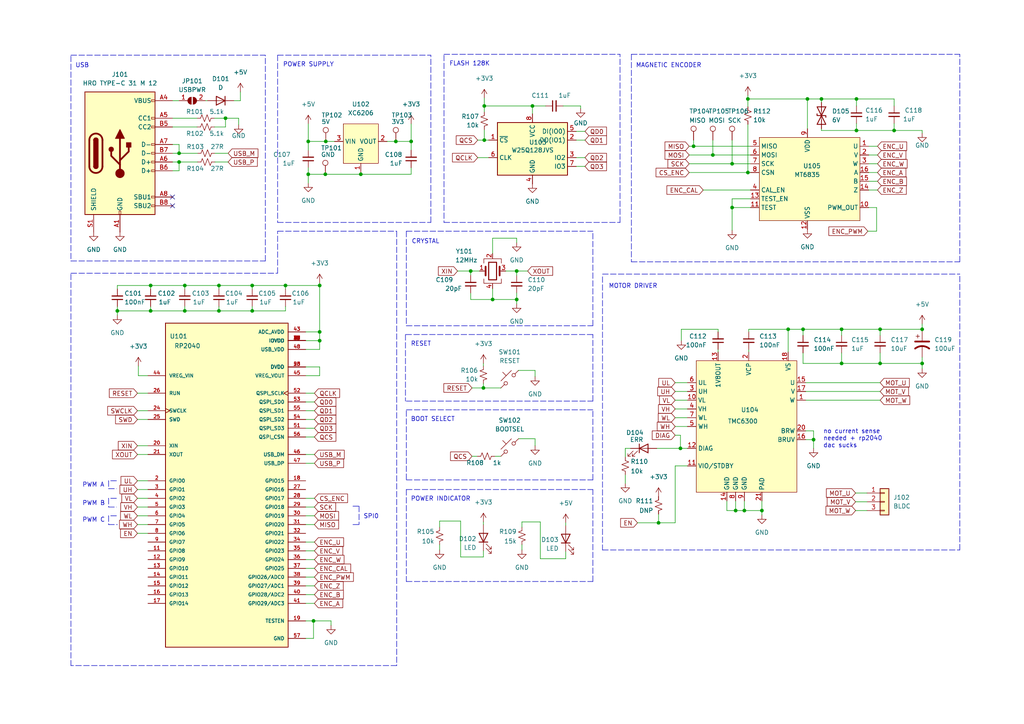
<source format=kicad_sch>
(kicad_sch (version 20211123) (generator eeschema)
  (paper "A4")
  (junction (at 63.5 90.17))
  (junction (at 92.71 82.804))
  (junction (at 154.432 30.734))
  (junction (at 206.756 44.958))
  (junction (at 73.152 90.17))
  (junction (at 92.71 96.266))
  (junction (at 255.27 105.41))
  (junction (at 235.966 127.508))
  (junction (at 149.86 78.613))
  (junction (at 216.916 28.702))
  (junction (at 234.188 28.702))
  (junction (at 140.462 30.734))
  (junction (at 238.252 28.702))
  (junction (at 201.168 42.418))
  (junction (at 43.688 82.804))
  (junction (at 92.71 98.806))
  (junction (at 212.344 47.498))
  (junction (at 89.408 50.546))
  (junction (at 136.525 78.613))
  (junction (at 232.918 95.504))
  (junction (at 255.27 95.504))
  (junction (at 94.361 50.546))
  (junction (at 142.875 86.868))
  (junction (at 34.036 90.17))
  (junction (at 267.462 105.41))
  (junction (at 267.462 95.504))
  (junction (at 216.916 50.038))
  (junction (at 94.488 41.021))
  (junction (at 191.008 151.638))
  (junction (at 89.408 41.021))
  (junction (at 215.9 148.082))
  (junction (at 149.86 86.868))
  (junction (at 244.094 105.41))
  (junction (at 53.594 90.17))
  (junction (at 63.5 82.804))
  (junction (at 65.405 34.29))
  (junction (at 51.943 46.99))
  (junction (at 140.208 112.522))
  (junction (at 248.412 28.702))
  (junction (at 104.648 50.546))
  (junction (at 140.462 40.64))
  (junction (at 248.412 37.846))
  (junction (at 197.358 130.048))
  (junction (at 43.688 90.17))
  (junction (at 114.808 41.021))
  (junction (at 244.094 95.504))
  (junction (at 73.152 82.804))
  (junction (at 212.344 60.198))
  (junction (at 259.334 37.846))
  (junction (at 82.804 82.804))
  (junction (at 119.253 41.021))
  (junction (at 228.6 95.504))
  (junction (at 220.98 148.082))
  (junction (at 53.594 82.804))
  (junction (at 213.36 148.082))
  (junction (at 90.932 180.086))
  (junction (at 51.943 44.45))
  (no_connect (at 50.038 57.15))
  (no_connect (at 50.038 59.69))
  (wire (pts (xy 140.462 40.64) (xy 141.732 40.64)))
  (polyline (pts (xy 117.856 67.056) (xy 117.856 94.488)))
  (wire (pts (xy 248.158 148.082) (xy 251.46 148.082)))
  (polyline (pts (xy 117.856 141.986) (xy 171.958 141.986)))
  (wire (pts (xy 254.254 67.056) (xy 251.714 67.056)))
  (wire (pts (xy 40.132 108.966) (xy 42.926 108.966)))
  (wire (pts (xy 88.646 124.206) (xy 91.186 124.206)))
  (wire (pts (xy 232.918 95.504) (xy 232.918 97.282)))
  (wire (pts (xy 163.322 30.734) (xy 168.402 30.734)))
  (wire (pts (xy 140.208 111.252) (xy 140.208 112.522)))
  (wire (pts (xy 167.132 45.72) (xy 169.672 45.72)))
  (wire (pts (xy 181.356 137.668) (xy 181.356 140.208)))
  (wire (pts (xy 119.253 41.021) (xy 119.253 43.561)))
  (wire (pts (xy 136.525 86.868) (xy 142.875 86.868)))
  (wire (pts (xy 53.594 82.804) (xy 43.688 82.804)))
  (wire (pts (xy 50.038 29.21) (xy 51.943 29.21)))
  (polyline (pts (xy 124.968 64.516) (xy 124.968 16.002)))
  (wire (pts (xy 267.462 95.504) (xy 267.462 96.012)))
  (wire (pts (xy 43.688 82.804) (xy 34.036 82.804)))
  (wire (pts (xy 140.208 105.41) (xy 140.208 106.172)))
  (wire (pts (xy 140.462 40.64) (xy 140.462 37.592)))
  (polyline (pts (xy 171.958 94.488) (xy 171.958 67.056)))
  (wire (pts (xy 167.132 38.1) (xy 169.672 38.1)))
  (wire (pts (xy 73.152 90.17) (xy 82.804 90.17)))
  (wire (pts (xy 228.6 95.504) (xy 228.6 102.108)))
  (wire (pts (xy 217.17 96.266) (xy 217.17 95.504)))
  (wire (pts (xy 212.344 40.64) (xy 212.344 47.498)))
  (polyline (pts (xy 171.958 139.192) (xy 171.958 118.872)))
  (wire (pts (xy 167.132 48.26) (xy 169.672 48.26)))
  (wire (pts (xy 199.898 50.038) (xy 216.916 50.038)))
  (wire (pts (xy 88.646 152.146) (xy 91.186 152.146)))
  (wire (pts (xy 138.557 40.64) (xy 140.462 40.64)))
  (wire (pts (xy 216.916 28.702) (xy 234.188 28.702)))
  (wire (pts (xy 88.646 114.046) (xy 91.186 114.046)))
  (polyline (pts (xy 31.496 152.146) (xy 34.036 152.146)))
  (wire (pts (xy 119.253 48.641) (xy 119.253 50.546)))
  (wire (pts (xy 201.168 40.64) (xy 201.168 42.418)))
  (wire (pts (xy 182.88 130.048) (xy 181.356 130.048)))
  (polyline (pts (xy 171.958 97.028) (xy 117.602 97.028)))
  (wire (pts (xy 73.152 82.804) (xy 63.5 82.804)))
  (wire (pts (xy 255.27 95.504) (xy 267.462 95.504)))
  (wire (pts (xy 206.756 44.958) (xy 217.678 44.958)))
  (wire (pts (xy 127.508 157.988) (xy 127.508 159.512)))
  (wire (pts (xy 39.878 149.606) (xy 42.926 149.606)))
  (wire (pts (xy 92.71 98.806) (xy 92.71 101.346)))
  (wire (pts (xy 88.646 134.366) (xy 91.186 134.366)))
  (wire (pts (xy 156.718 151.384) (xy 151.384 151.384)))
  (wire (pts (xy 156.718 162.052) (xy 156.718 151.384)))
  (wire (pts (xy 217.678 57.658) (xy 212.344 57.658)))
  (wire (pts (xy 39.878 152.146) (xy 42.926 152.146)))
  (wire (pts (xy 195.834 121.158) (xy 199.39 121.158)))
  (wire (pts (xy 208.28 96.266) (xy 208.28 95.504)))
  (wire (pts (xy 164.084 160.02) (xy 164.084 162.052)))
  (wire (pts (xy 168.402 30.734) (xy 168.402 31.496)))
  (polyline (pts (xy 278.384 75.946) (xy 278.384 15.748)))
  (wire (pts (xy 208.28 102.108) (xy 208.28 101.346)))
  (wire (pts (xy 191.008 151.638) (xy 195.834 151.638)))
  (wire (pts (xy 151.384 157.988) (xy 151.384 159.512)))
  (polyline (pts (xy 31.496 147.066) (xy 33.782 147.066)))
  (wire (pts (xy 251.968 47.498) (xy 254.508 47.498)))
  (polyline (pts (xy 31.496 149.606) (xy 31.496 152.146)))
  (wire (pts (xy 92.71 108.966) (xy 88.646 108.966)))
  (polyline (pts (xy 174.752 79.502) (xy 278.384 79.502)))
  (wire (pts (xy 67.818 29.21) (xy 69.723 29.21)))
  (wire (pts (xy 216.916 50.038) (xy 216.916 36.068)))
  (wire (pts (xy 213.36 145.288) (xy 213.36 148.082)))
  (wire (pts (xy 259.334 28.702) (xy 259.334 30.734)))
  (polyline (pts (xy 102.362 146.812) (xy 104.14 146.812)))
  (wire (pts (xy 142.875 69.088) (xy 142.875 73.533)))
  (polyline (pts (xy 179.832 64.516) (xy 179.832 15.748)))
  (wire (pts (xy 50.038 36.83) (xy 57.15 36.83)))
  (wire (pts (xy 248.412 28.702) (xy 248.412 30.734)))
  (wire (pts (xy 149.86 78.613) (xy 149.86 79.883)))
  (wire (pts (xy 140.208 159.766) (xy 140.208 161.544)))
  (wire (pts (xy 88.646 164.846) (xy 91.186 164.846)))
  (wire (pts (xy 234.188 28.702) (xy 238.252 28.702)))
  (wire (pts (xy 251.968 50.038) (xy 254.508 50.038)))
  (wire (pts (xy 199.898 47.498) (xy 212.344 47.498)))
  (wire (pts (xy 140.208 161.544) (xy 133.604 161.544)))
  (wire (pts (xy 212.344 60.198) (xy 212.344 66.802)))
  (wire (pts (xy 136.525 78.613) (xy 136.525 79.883)))
  (wire (pts (xy 39.878 121.666) (xy 42.926 121.666)))
  (wire (pts (xy 88.646 159.766) (xy 91.186 159.766)))
  (wire (pts (xy 210.82 148.082) (xy 213.36 148.082)))
  (wire (pts (xy 267.462 37.846) (xy 267.462 38.608)))
  (wire (pts (xy 53.594 82.804) (xy 53.594 83.82)))
  (wire (pts (xy 232.918 105.41) (xy 244.094 105.41)))
  (polyline (pts (xy 117.856 118.872) (xy 171.958 118.872)))
  (wire (pts (xy 136.906 112.522) (xy 140.208 112.522)))
  (polyline (pts (xy 33.782 144.526) (xy 31.496 144.526)))
  (wire (pts (xy 244.094 102.362) (xy 244.094 105.41)))
  (wire (pts (xy 254.254 60.198) (xy 254.254 67.056)))
  (wire (pts (xy 255.27 102.362) (xy 255.27 105.41)))
  (wire (pts (xy 155.194 127.254) (xy 155.194 129.286)))
  (wire (pts (xy 248.158 143.002) (xy 251.46 143.002)))
  (wire (pts (xy 233.68 110.998) (xy 255.27 110.998)))
  (wire (pts (xy 53.594 88.9) (xy 53.594 90.17)))
  (wire (pts (xy 92.71 82.804) (xy 92.71 96.266)))
  (wire (pts (xy 53.594 90.17) (xy 43.688 90.17)))
  (wire (pts (xy 51.943 41.91) (xy 51.943 44.45)))
  (wire (pts (xy 63.5 90.17) (xy 73.152 90.17)))
  (wire (pts (xy 51.943 44.45) (xy 57.277 44.45)))
  (wire (pts (xy 233.68 127.508) (xy 235.966 127.508)))
  (wire (pts (xy 82.804 90.17) (xy 82.804 88.9)))
  (wire (pts (xy 181.356 130.048) (xy 181.356 132.588)))
  (wire (pts (xy 88.646 98.806) (xy 92.71 98.806)))
  (wire (pts (xy 195.834 113.538) (xy 199.39 113.538)))
  (wire (pts (xy 184.912 151.638) (xy 191.008 151.638)))
  (wire (pts (xy 248.412 35.814) (xy 248.412 37.846)))
  (wire (pts (xy 88.646 169.926) (xy 91.186 169.926)))
  (wire (pts (xy 215.9 145.288) (xy 215.9 148.082)))
  (wire (pts (xy 150.368 107.442) (xy 155.194 107.442)))
  (wire (pts (xy 50.038 41.91) (xy 51.943 41.91)))
  (wire (pts (xy 232.918 102.362) (xy 232.918 105.41)))
  (wire (pts (xy 88.646 175.006) (xy 91.186 175.006)))
  (wire (pts (xy 112.268 41.021) (xy 114.808 41.021)))
  (polyline (pts (xy 31.496 139.446) (xy 31.496 141.732)))
  (wire (pts (xy 149.86 70.358) (xy 149.86 69.088)))
  (wire (pts (xy 255.27 105.41) (xy 267.462 105.41)))
  (polyline (pts (xy 20.574 16.256) (xy 20.574 75.692)))
  (wire (pts (xy 217.17 102.108) (xy 217.17 101.346)))
  (wire (pts (xy 195.834 116.078) (xy 199.39 116.078)))
  (polyline (pts (xy 117.856 67.056) (xy 171.958 67.056)))
  (wire (pts (xy 149.86 86.868) (xy 149.86 88.138)))
  (wire (pts (xy 140.208 151.384) (xy 140.208 152.146)))
  (wire (pts (xy 89.408 50.546) (xy 89.408 53.086)))
  (wire (pts (xy 212.344 57.658) (xy 212.344 60.198)))
  (wire (pts (xy 167.132 40.64) (xy 169.672 40.64)))
  (wire (pts (xy 150.368 127.254) (xy 155.194 127.254)))
  (wire (pts (xy 62.357 44.45) (xy 66.167 44.45)))
  (wire (pts (xy 212.344 47.498) (xy 217.678 47.498)))
  (wire (pts (xy 62.23 36.83) (xy 65.405 36.83)))
  (wire (pts (xy 39.878 154.686) (xy 42.926 154.686)))
  (wire (pts (xy 63.5 83.82) (xy 63.5 82.804)))
  (wire (pts (xy 235.966 127.508) (xy 235.966 130.048)))
  (wire (pts (xy 154.432 30.734) (xy 158.242 30.734)))
  (wire (pts (xy 88.646 144.526) (xy 91.186 144.526)))
  (polyline (pts (xy 117.602 97.028) (xy 117.602 116.332)))
  (wire (pts (xy 142.875 86.868) (xy 149.86 86.868)))
  (wire (pts (xy 51.943 49.53) (xy 51.943 46.99)))
  (wire (pts (xy 88.646 157.226) (xy 91.186 157.226)))
  (wire (pts (xy 203.962 55.118) (xy 217.678 55.118)))
  (wire (pts (xy 59.563 29.21) (xy 60.198 29.21)))
  (wire (pts (xy 89.408 41.021) (xy 89.408 43.561)))
  (polyline (pts (xy 80.518 67.056) (xy 115.062 67.056)))
  (polyline (pts (xy 76.962 75.692) (xy 76.962 16.002)))
  (polyline (pts (xy 117.856 94.488) (xy 171.958 94.488)))
  (polyline (pts (xy 183.134 15.748) (xy 183.134 75.946)))
  (wire (pts (xy 92.71 106.426) (xy 92.71 108.966)))
  (wire (pts (xy 217.17 95.504) (xy 228.6 95.504)))
  (wire (pts (xy 267.462 93.98) (xy 267.462 95.504)))
  (wire (pts (xy 149.86 78.613) (xy 153.035 78.613)))
  (wire (pts (xy 92.71 82.042) (xy 92.71 82.804)))
  (wire (pts (xy 213.36 148.082) (xy 215.9 148.082)))
  (wire (pts (xy 43.688 90.17) (xy 34.036 90.17)))
  (wire (pts (xy 40.132 106.172) (xy 40.132 108.966)))
  (wire (pts (xy 34.036 88.9) (xy 34.036 90.17)))
  (wire (pts (xy 73.152 83.82) (xy 73.152 82.804)))
  (wire (pts (xy 191.008 149.098) (xy 191.008 151.638)))
  (wire (pts (xy 94.361 50.546) (xy 89.408 50.546)))
  (wire (pts (xy 220.98 148.082) (xy 220.98 149.352)))
  (wire (pts (xy 119.253 41.021) (xy 119.253 35.941)))
  (polyline (pts (xy 128.778 15.748) (xy 179.832 15.748)))
  (wire (pts (xy 251.968 52.578) (xy 254.508 52.578)))
  (wire (pts (xy 216.916 50.038) (xy 217.678 50.038)))
  (wire (pts (xy 155.194 107.442) (xy 155.194 109.22)))
  (wire (pts (xy 143.51 132.334) (xy 145.288 132.334)))
  (wire (pts (xy 138.557 45.72) (xy 141.732 45.72)))
  (polyline (pts (xy 174.752 80.264) (xy 174.752 159.512)))
  (polyline (pts (xy 117.856 119.126) (xy 117.856 139.192)))
  (wire (pts (xy 206.756 40.64) (xy 206.756 44.958)))
  (polyline (pts (xy 128.778 16.002) (xy 128.778 64.516)))
  (wire (pts (xy 140.462 28.448) (xy 140.462 30.734)))
  (wire (pts (xy 39.878 147.066) (xy 42.926 147.066)))
  (wire (pts (xy 69.723 29.21) (xy 69.723 26.67)))
  (wire (pts (xy 154.432 30.734) (xy 154.432 33.02)))
  (wire (pts (xy 34.036 82.804) (xy 34.036 83.82)))
  (wire (pts (xy 127.508 151.13) (xy 127.508 152.908)))
  (wire (pts (xy 140.208 112.522) (xy 145.288 112.522)))
  (wire (pts (xy 88.646 131.826) (xy 91.186 131.826)))
  (wire (pts (xy 73.152 90.17) (xy 73.152 88.9)))
  (wire (pts (xy 259.334 37.846) (xy 267.462 37.846)))
  (wire (pts (xy 119.253 50.546) (xy 104.648 50.546)))
  (polyline (pts (xy 174.752 159.512) (xy 278.384 159.512)))
  (wire (pts (xy 140.462 30.734) (xy 140.462 32.512)))
  (wire (pts (xy 199.898 44.958) (xy 206.756 44.958)))
  (wire (pts (xy 50.038 44.45) (xy 51.943 44.45)))
  (polyline (pts (xy 171.958 116.332) (xy 171.958 97.028)))
  (wire (pts (xy 151.384 151.384) (xy 151.384 152.908)))
  (wire (pts (xy 88.646 119.126) (xy 91.186 119.126)))
  (wire (pts (xy 197.612 95.504) (xy 197.612 98.806)))
  (wire (pts (xy 136.906 132.334) (xy 138.43 132.334)))
  (wire (pts (xy 39.878 129.286) (xy 42.926 129.286)))
  (wire (pts (xy 50.038 46.99) (xy 51.943 46.99)))
  (wire (pts (xy 195.834 118.618) (xy 199.39 118.618)))
  (polyline (pts (xy 80.518 16.002) (xy 80.518 64.516)))
  (wire (pts (xy 43.688 88.9) (xy 43.688 90.17)))
  (wire (pts (xy 210.82 145.288) (xy 210.82 148.082)))
  (wire (pts (xy 233.68 116.078) (xy 255.27 116.078)))
  (wire (pts (xy 39.878 119.126) (xy 42.926 119.126)))
  (wire (pts (xy 114.808 41.021) (xy 119.253 41.021)))
  (wire (pts (xy 220.98 145.288) (xy 220.98 148.082)))
  (wire (pts (xy 133.604 161.544) (xy 133.604 151.13)))
  (wire (pts (xy 235.966 124.968) (xy 235.966 127.508)))
  (wire (pts (xy 88.646 126.746) (xy 91.186 126.746)))
  (wire (pts (xy 233.68 124.968) (xy 235.966 124.968)))
  (wire (pts (xy 90.932 180.086) (xy 96.012 180.086)))
  (wire (pts (xy 259.334 35.814) (xy 259.334 37.846)))
  (wire (pts (xy 39.878 139.446) (xy 42.926 139.446)))
  (wire (pts (xy 142.875 83.693) (xy 142.875 86.868)))
  (wire (pts (xy 199.898 42.418) (xy 201.168 42.418)))
  (wire (pts (xy 251.968 55.118) (xy 254.508 55.118)))
  (wire (pts (xy 65.405 34.29) (xy 69.215 34.29)))
  (wire (pts (xy 104.648 49.911) (xy 104.648 50.546)))
  (wire (pts (xy 244.094 105.41) (xy 255.27 105.41)))
  (wire (pts (xy 217.678 60.198) (xy 212.344 60.198)))
  (wire (pts (xy 62.23 34.29) (xy 65.405 34.29)))
  (wire (pts (xy 63.5 90.17) (xy 63.5 88.9)))
  (wire (pts (xy 197.358 130.048) (xy 197.358 126.238)))
  (polyline (pts (xy 115.062 67.056) (xy 115.062 193.04)))
  (polyline (pts (xy 104.14 146.812) (xy 104.14 152.146)))
  (wire (pts (xy 216.916 27.686) (xy 216.916 28.702)))
  (wire (pts (xy 88.646 106.426) (xy 92.71 106.426)))
  (wire (pts (xy 96.012 180.086) (xy 96.012 181.356)))
  (polyline (pts (xy 80.518 79.248) (xy 80.518 67.056)))
  (polyline (pts (xy 20.574 79.248) (xy 80.518 79.248)))
  (wire (pts (xy 139.065 78.613) (xy 136.525 78.613)))
  (wire (pts (xy 251.968 60.198) (xy 254.254 60.198)))
  (wire (pts (xy 238.252 37.338) (xy 238.252 37.846)))
  (polyline (pts (xy 20.574 16.002) (xy 76.962 16.002)))
  (polyline (pts (xy 171.958 168.656) (xy 171.958 141.986)))
  (wire (pts (xy 132.715 78.613) (xy 136.525 78.613)))
  (wire (pts (xy 39.878 114.046) (xy 42.926 114.046)))
  (wire (pts (xy 88.646 147.066) (xy 91.186 147.066)))
  (wire (pts (xy 88.646 167.386) (xy 91.186 167.386)))
  (polyline (pts (xy 117.856 141.986) (xy 117.856 168.656)))
  (wire (pts (xy 149.86 84.963) (xy 149.86 86.868)))
  (wire (pts (xy 82.804 82.804) (xy 73.152 82.804)))
  (wire (pts (xy 88.646 121.666) (xy 91.186 121.666)))
  (polyline (pts (xy 80.518 64.516) (xy 124.968 64.516)))
  (wire (pts (xy 104.648 50.546) (xy 94.361 50.546)))
  (wire (pts (xy 39.878 131.826) (xy 42.926 131.826)))
  (wire (pts (xy 248.412 37.846) (xy 259.334 37.846)))
  (polyline (pts (xy 117.856 116.332) (xy 171.958 116.332)))
  (wire (pts (xy 63.5 82.804) (xy 53.594 82.804)))
  (polyline (pts (xy 33.782 139.446) (xy 31.496 139.446)))
  (wire (pts (xy 90.932 180.086) (xy 90.932 185.166)))
  (wire (pts (xy 43.688 82.804) (xy 43.688 83.82)))
  (polyline (pts (xy 183.134 15.748) (xy 278.384 15.748)))
  (wire (pts (xy 88.646 185.166) (xy 90.932 185.166)))
  (wire (pts (xy 215.9 148.082) (xy 220.98 148.082)))
  (polyline (pts (xy 117.856 139.192) (xy 171.958 139.192)))
  (wire (pts (xy 233.68 113.538) (xy 255.27 113.538)))
  (polyline (pts (xy 102.362 152.146) (xy 104.14 152.146)))
  (wire (pts (xy 195.834 126.238) (xy 197.358 126.238)))
  (wire (pts (xy 50.038 49.53) (xy 51.943 49.53)))
  (wire (pts (xy 251.968 42.418) (xy 254.508 42.418)))
  (wire (pts (xy 195.834 135.128) (xy 199.39 135.128)))
  (wire (pts (xy 228.6 95.504) (xy 232.918 95.504)))
  (wire (pts (xy 216.916 30.988) (xy 216.916 28.702)))
  (wire (pts (xy 89.408 48.641) (xy 89.408 50.546)))
  (wire (pts (xy 65.405 36.83) (xy 65.405 34.29)))
  (wire (pts (xy 92.71 101.346) (xy 88.646 101.346)))
  (wire (pts (xy 88.646 180.086) (xy 90.932 180.086)))
  (polyline (pts (xy 80.518 16.002) (xy 124.968 16.002)))
  (polyline (pts (xy 31.496 141.732) (xy 33.782 141.732)))
  (wire (pts (xy 92.71 82.804) (xy 82.804 82.804)))
  (wire (pts (xy 248.412 28.702) (xy 259.334 28.702)))
  (wire (pts (xy 201.168 42.418) (xy 217.678 42.418)))
  (wire (pts (xy 39.878 144.526) (xy 42.926 144.526)))
  (wire (pts (xy 39.878 141.986) (xy 42.926 141.986)))
  (wire (pts (xy 62.357 46.99) (xy 66.167 46.99)))
  (wire (pts (xy 232.918 95.504) (xy 244.094 95.504)))
  (wire (pts (xy 248.158 145.542) (xy 251.46 145.542)))
  (wire (pts (xy 136.525 84.963) (xy 136.525 86.868)))
  (wire (pts (xy 88.646 172.466) (xy 91.186 172.466)))
  (wire (pts (xy 267.462 103.632) (xy 267.462 105.41)))
  (wire (pts (xy 164.084 162.052) (xy 156.718 162.052)))
  (wire (pts (xy 244.094 95.504) (xy 244.094 97.282)))
  (wire (pts (xy 199.39 130.048) (xy 197.358 130.048)))
  (wire (pts (xy 92.71 96.266) (xy 92.71 98.806)))
  (wire (pts (xy 88.646 116.586) (xy 91.186 116.586)))
  (wire (pts (xy 208.28 95.504) (xy 197.612 95.504)))
  (wire (pts (xy 133.604 151.13) (xy 127.508 151.13)))
  (wire (pts (xy 50.038 34.29) (xy 57.15 34.29)))
  (wire (pts (xy 238.252 37.846) (xy 248.412 37.846)))
  (polyline (pts (xy 31.496 144.526) (xy 31.496 147.066)))
  (wire (pts (xy 69.215 34.29) (xy 69.215 36.195)))
  (wire (pts (xy 34.036 90.17) (xy 34.036 91.44)))
  (wire (pts (xy 244.094 95.504) (xy 255.27 95.504)))
  (polyline (pts (xy 20.574 79.502) (xy 20.574 193.04)))
  (wire (pts (xy 146.685 78.613) (xy 149.86 78.613)))
  (wire (pts (xy 88.646 162.306) (xy 91.186 162.306)))
  (polyline (pts (xy 278.384 159.512) (xy 278.384 79.502)))
  (wire (pts (xy 82.804 83.82) (xy 82.804 82.804)))
  (wire (pts (xy 97.028 41.021) (xy 94.488 41.021)))
  (polyline (pts (xy 20.574 75.692) (xy 76.962 75.692)))
  (wire (pts (xy 255.27 95.504) (xy 255.27 97.282)))
  (wire (pts (xy 89.408 41.021) (xy 89.408 35.941)))
  (wire (pts (xy 251.968 44.958) (xy 254.508 44.958)))
  (wire (pts (xy 51.943 46.99) (xy 57.277 46.99)))
  (wire (pts (xy 88.646 149.606) (xy 91.186 149.606)))
  (wire (pts (xy 149.86 69.088) (xy 142.875 69.088)))
  (wire (pts (xy 197.358 130.048) (xy 190.5 130.048)))
  (wire (pts (xy 88.646 96.266) (xy 92.71 96.266)))
  (wire (pts (xy 238.252 28.702) (xy 248.412 28.702)))
  (polyline (pts (xy 33.782 149.606) (xy 31.496 149.606)))
  (wire (pts (xy 94.488 41.021) (xy 89.408 41.021)))
  (wire (pts (xy 267.462 105.41) (xy 267.462 106.934)))
  (polyline (pts (xy 115.062 193.04) (xy 20.574 193.04)))
  (polyline (pts (xy 128.778 64.516) (xy 179.832 64.516)))
  (wire (pts (xy 164.084 151.638) (xy 164.084 152.4)))
  (wire (pts (xy 238.252 28.702) (xy 238.252 29.718)))
  (wire (pts (xy 140.462 30.734) (xy 154.432 30.734)))
  (polyline (pts (xy 117.856 168.656) (xy 171.958 168.656)))
  (wire (pts (xy 53.594 90.17) (xy 63.5 90.17)))
  (wire (pts (xy 195.834 110.998) (xy 199.39 110.998)))
  (wire (pts (xy 195.834 151.638) (xy 195.834 135.128)))
  (wire (pts (xy 234.188 28.702) (xy 234.188 37.338)))
  (polyline (pts (xy 183.134 75.946) (xy 278.384 75.946)))
  (wire (pts (xy 195.834 123.698) (xy 199.39 123.698)))
  (text "POWER SUPPLY" (at 82.042 19.558 0) (effects (font (size 1.27 1.27)) (justify left bottom)))
  (text "MAGNETIC ENCODER" (at 184.404 19.812 0) (effects (font (size 1.27 1.27)) (justify left bottom)))
  (text "CRYSTAL" (at 119.38 70.866 0) (effects (font (size 1.27 1.27)) (justify left bottom)))
  (text "PWM B" (at 23.876 146.812 0) (effects (font (size 1.27 1.27)) (justify left bottom)))
  (text "BOOT SELECT" (at 119.126 122.428 0) (effects (font (size 1.27 1.27)) (justify left bottom)))
  (text "PWM A" (at 23.876 141.478 0) (effects (font (size 1.27 1.27)) (justify left bottom)))
  (text "RESET" (at 119.126 100.584 0) (effects (font (size 1.27 1.27)) (justify left bottom)))
  (text "PWM C" (at 23.876 151.638 0) (effects (font (size 1.27 1.27)) (justify left bottom)))
  (text "MOTOR DRIVER" (at 176.53 83.82 0) (effects (font (size 1.27 1.27)) (justify left bottom)))
  (text "SPI0" (at 105.41 150.622 0) (effects (font (size 1.27 1.27)) (justify left bottom)))
  (text "USB" (at 21.844 19.812 0) (effects (font (size 1.27 1.27)) (justify left bottom)))
  (text "FLASH 128K" (at 130.302 19.304 0) (effects (font (size 1.27 1.27)) (justify left bottom)))
  (text "POWER INDICATOR" (at 119.126 145.542 0) (effects (font (size 1.27 1.27)) (justify left bottom)))
  (text "no current sense\nneeded + rp2040\ndac sucks" (at 238.76 130.048 0) (effects (font (size 1.27 1.27)) (justify left bottom)))
  (global_label "ENC_PWM" (shape input) (at 91.186 167.386 0) (property "Intersheet References" "${INTERSHEET_REFS}" (effects hide)))
  (global_label "SCK" (shape input) (at 91.186 147.066 0) (property "Intersheet References" "${INTERSHEET_REFS}" (effects hide)))
  (global_label "ENC_CAL" (shape input) (at 203.962 55.118 180) (property "Intersheet References" "${INTERSHEET_REFS}" (effects hide)))
  (global_label "XOUT" (shape input) (at 153.035 78.613 0) (property "Intersheet References" "${INTERSHEET_REFS}" (effects hide)))
  (global_label "QCS" (shape input) (at 136.906 132.334 180) (property "Intersheet References" "${INTERSHEET_REFS}" (effects hide)))
  (global_label "SWCLK" (shape input) (at 39.878 119.126 180) (property "Intersheet References" "${INTERSHEET_REFS}" (effects hide)))
  (global_label "VL" (shape input) (at 39.878 144.526 180) (property "Intersheet References" "${INTERSHEET_REFS}" (effects hide)))
  (global_label "UL" (shape input) (at 195.834 110.998 180) (property "Intersheet References" "${INTERSHEET_REFS}" (effects hide)))
  (global_label "QCS" (shape input) (at 138.557 40.64 180) (property "Intersheet References" "${INTERSHEET_REFS}" (effects hide)))
  (global_label "RESET" (shape input) (at 136.906 112.522 180) (property "Intersheet References" "${INTERSHEET_REFS}" (effects hide)))
  (global_label "QCLK" (shape input) (at 138.557 45.72 180) (property "Intersheet References" "${INTERSHEET_REFS}" (effects hide)))
  (global_label "RESET" (shape input) (at 39.878 114.046 180) (property "Intersheet References" "${INTERSHEET_REFS}" (effects hide)))
  (global_label "ENC_A" (shape input) (at 254.508 50.038 0) (property "Intersheet References" "${INTERSHEET_REFS}" (effects hide)))
  (global_label "ENC_V" (shape input) (at 254.508 44.958 0) (property "Intersheet References" "${INTERSHEET_REFS}" (effects hide)))
  (global_label "ENC_CAL" (shape input) (at 91.186 164.846 0) (property "Intersheet References" "${INTERSHEET_REFS}" (effects hide)))
  (global_label "MOT_U" (shape input) (at 248.158 143.002 180) (property "Intersheet References" "${INTERSHEET_REFS}" (effects hide)))
  (global_label "UH" (shape input) (at 39.878 141.986 180) (property "Intersheet References" "${INTERSHEET_REFS}" (effects hide)))
  (global_label "ENC_B" (shape input) (at 91.186 172.466 0) (property "Intersheet References" "${INTERSHEET_REFS}" (effects hide)))
  (global_label "ENC_U" (shape input) (at 254.508 42.418 0) (property "Intersheet References" "${INTERSHEET_REFS}" (effects hide)))
  (global_label "VH" (shape input) (at 39.878 147.066 180) (property "Intersheet References" "${INTERSHEET_REFS}" (effects hide)))
  (global_label "ENC_B" (shape input) (at 254.508 52.578 0) (property "Intersheet References" "${INTERSHEET_REFS}" (effects hide)))
  (global_label "XOUT" (shape input) (at 39.878 131.826 180) (property "Intersheet References" "${INTERSHEET_REFS}" (effects hide)))
  (global_label "USB_P" (shape input) (at 66.167 46.99 0) (property "Intersheet References" "${INTERSHEET_REFS}" (effects hide)))
  (global_label "MISO" (shape input) (at 199.898 42.418 180) (property "Intersheet References" "${INTERSHEET_REFS}" (effects hide)))
  (global_label "QCS" (shape input) (at 91.186 126.746 0) (property "Intersheet References" "${INTERSHEET_REFS}" (effects hide)))
  (global_label "USB_M" (shape input) (at 66.167 44.45 0) (property "Intersheet References" "${INTERSHEET_REFS}" (effects hide)))
  (global_label "QD3" (shape input) (at 91.186 124.206 0) (property "Intersheet References" "${INTERSHEET_REFS}" (effects hide)))
  (global_label "CS_ENC" (shape input) (at 91.186 144.526 0) (property "Intersheet References" "${INTERSHEET_REFS}" (effects hide)))
  (global_label "QD0" (shape input) (at 91.186 116.586 0) (property "Intersheet References" "${INTERSHEET_REFS}" (effects hide)))
  (global_label "WL" (shape input) (at 39.878 149.606 180) (property "Intersheet References" "${INTERSHEET_REFS}" (effects hide)))
  (global_label "VL" (shape input) (at 195.834 116.078 180) (property "Intersheet References" "${INTERSHEET_REFS}" (effects hide)))
  (global_label "QCLK" (shape input) (at 91.186 114.046 0) (property "Intersheet References" "${INTERSHEET_REFS}" (effects hide)))
  (global_label "MOSI" (shape input) (at 91.186 149.606 0) (property "Intersheet References" "${INTERSHEET_REFS}" (effects hide)))
  (global_label "MOT_V" (shape input) (at 255.27 113.538 0) (property "Intersheet References" "${INTERSHEET_REFS}" (effects hide)))
  (global_label "ENC_Z" (shape input) (at 91.186 169.926 0) (property "Intersheet References" "${INTERSHEET_REFS}" (effects hide)))
  (global_label "MOSI" (shape input) (at 199.898 44.958 180) (property "Intersheet References" "${INTERSHEET_REFS}" (effects hide)))
  (global_label "USB_P" (shape input) (at 91.186 134.366 0) (property "Intersheet References" "${INTERSHEET_REFS}" (effects hide)))
  (global_label "MOT_V" (shape input) (at 248.158 145.542 180) (property "Intersheet References" "${INTERSHEET_REFS}" (effects hide)))
  (global_label "QD2" (shape input) (at 169.672 45.72 0) (property "Intersheet References" "${INTERSHEET_REFS}" (effects hide)))
  (global_label "VH" (shape input) (at 195.834 118.618 180) (property "Intersheet References" "${INTERSHEET_REFS}" (effects hide)))
  (global_label "WL" (shape input) (at 195.834 121.158 180) (property "Intersheet References" "${INTERSHEET_REFS}" (effects hide)))
  (global_label "QD1" (shape input) (at 91.186 119.126 0) (property "Intersheet References" "${INTERSHEET_REFS}" (effects hide)))
  (global_label "ENC_PWM" (shape input) (at 251.714 67.056 180) (property "Intersheet References" "${INTERSHEET_REFS}" (effects hide)))
  (global_label "EN" (shape input) (at 39.878 154.686 180) (property "Intersheet References" "${INTERSHEET_REFS}" (effects hide)))
  (global_label "EN" (shape input) (at 184.912 151.638 180) (property "Intersheet References" "${INTERSHEET_REFS}" (effects hide)))
  (global_label "ENC_V" (shape input) (at 91.186 159.766 0) (property "Intersheet References" "${INTERSHEET_REFS}" (effects hide)))
  (global_label "USB_M" (shape input) (at 91.186 131.826 0) (property "Intersheet References" "${INTERSHEET_REFS}" (effects hide)))
  (global_label "ENC_W" (shape input) (at 254.508 47.498 0) (property "Intersheet References" "${INTERSHEET_REFS}" (effects hide)))
  (global_label "QD1" (shape input) (at 169.672 40.64 0) (property "Intersheet References" "${INTERSHEET_REFS}" (effects hide)))
  (global_label "QD2" (shape input) (at 91.186 121.666 0) (property "Intersheet References" "${INTERSHEET_REFS}" (effects hide)))
  (global_label "ENC_U" (shape input) (at 91.186 157.226 0) (property "Intersheet References" "${INTERSHEET_REFS}" (effects hide)))
  (global_label "MOT_W" (shape input) (at 255.27 116.078 0) (property "Intersheet References" "${INTERSHEET_REFS}" (effects hide)))
  (global_label "MISO" (shape input) (at 91.186 152.146 0) (property "Intersheet References" "${INTERSHEET_REFS}" (effects hide)))
  (global_label "ENC_W" (shape input) (at 91.186 162.306 0) (property "Intersheet References" "${INTERSHEET_REFS}" (effects hide)))
  (global_label "XIN" (shape input) (at 39.878 129.286 180) (property "Intersheet References" "${INTERSHEET_REFS}" (effects hide)))
  (global_label "WH" (shape input) (at 39.878 152.146 180) (property "Intersheet References" "${INTERSHEET_REFS}" (effects hide)))
  (global_label "QD0" (shape input) (at 169.672 38.1 0) (property "Intersheet References" "${INTERSHEET_REFS}" (effects hide)))
  (global_label "SCK" (shape input) (at 199.898 47.498 180) (property "Intersheet References" "${INTERSHEET_REFS}" (effects hide)))
  (global_label "MOT_U" (shape input) (at 255.27 110.998 0) (property "Intersheet References" "${INTERSHEET_REFS}" (effects hide)))
  (global_label "ENC_A" (shape input) (at 91.186 175.006 0) (property "Intersheet References" "${INTERSHEET_REFS}" (effects hide)))
  (global_label "QD3" (shape input) (at 169.672 48.26 0) (property "Intersheet References" "${INTERSHEET_REFS}" (effects hide)))
  (global_label "CS_ENC" (shape input) (at 199.898 50.038 180) (property "Intersheet References" "${INTERSHEET_REFS}" (effects hide)))
  (global_label "UH" (shape input) (at 195.834 113.538 180) (property "Intersheet References" "${INTERSHEET_REFS}" (effects hide)))
  (global_label "DIAG" (shape input) (at 195.834 126.238 180) (property "Intersheet References" "${INTERSHEET_REFS}" (effects hide)))
  (global_label "ENC_Z" (shape input) (at 254.508 55.118 0) (property "Intersheet References" "${INTERSHEET_REFS}" (effects hide)))
  (global_label "WH" (shape input) (at 195.834 123.698 180) (property "Intersheet References" "${INTERSHEET_REFS}" (effects hide)))
  (global_label "SWD" (shape input) (at 39.878 121.666 180) (property "Intersheet References" "${INTERSHEET_REFS}" (effects hide)))
  (global_label "XIN" (shape input) (at 132.715 78.613 180) (property "Intersheet References" "${INTERSHEET_REFS}" (effects hide)))
  (global_label "UL" (shape input) (at 39.878 139.446 180) (property "Intersheet References" "${INTERSHEET_REFS}" (effects hide)))
  (global_label "MOT_W" (shape input) (at 248.158 148.082 180) (property "Intersheet References" "${INTERSHEET_REFS}" (effects hide)))
  (symbol (lib_id "power:+5V") (at 69.723 26.67 0) (unit 1)
    (property "Reference" "#PWR0106" (effects hide))
    (property "Value" "+5V" (at 69.723 20.955 0))
  )
  (symbol (lib_id "matei:TMC6300") (at 217.17 119.888 0) (unit 1)
    (property "Reference" "U104" (at 214.884 118.872 0) (effects (justify left)))
    (property "Value" "TMC6300" (at 211.074 122.174 0) (effects (justify left)))
    (property "Footprint" "Package_DFN_QFN:QFN-20-1EP_3x3mm_P0.4mm_EP1.65x1.65mm" (effects hide))
    (property "Datasheet" "https://www.trinamic.com/products/integrated-circuits/details/tmc6300-la/#:~:text=Date-,Datasheet%20Rev%201.08,-640%20KB" (effects hide))
  )
  (symbol (lib_id "Device:R_Small_US") (at 140.97 132.334 90) (unit 1)
    (property "Reference" "R108" (at 137.795 134.239 90))
    (property "Value" "1k" (at 144.145 134.239 90))
    (property "Footprint" "Resistor_SMD:R_0402_1005Metric" (effects hide))
  )
  (symbol (lib_id "power:+3V3") (at 191.008 144.018 0) (unit 1)
    (property "Reference" "#PWR0125" (effects hide))
    (property "Value" "+3V3" (at 191.008 138.303 0))
  )
  (symbol (lib_id "Connector:USB_C_Receptacle_USB2.0") (at 34.798 44.45 0) (unit 1)
    (property "Reference" "J101" (at 34.798 21.59 0))
    (property "Value" "HRO TYPE-C 31 M 12" (at 34.798 24.13 0))
    (property "Footprint" "Connector_USB:USB_C_Receptacle_HRO_TYPE-C-31-M-12" (effects hide))
    (property "Datasheet" "https://www.usb.org/sites/default/files/documents/usb_type-c.zip" (effects hide))
  )
  (symbol (lib_id "power:GND") (at 96.012 181.356 0) (unit 1)
    (property "Reference" "#PWR0110" (effects hide))
    (property "Value" "GND" (at 96.012 186.436 0))
  )
  (symbol (lib_id "Jumper:SolderJumper_2_Open") (at 55.753 29.21 0) (unit 1)
    (property "Reference" "JP101" (at 55.753 23.495 0))
    (property "Value" "USBPWR" (at 55.753 26.035 0))
    (property "Footprint" "Jumper:SolderJumper-2_P1.3mm_Open_RoundedPad1.0x1.5mm" (effects hide))
  )
  (symbol (lib_id "Device:R_Small_US") (at 216.916 33.528 0) (unit 1)
    (property "Reference" "R112" (at 218.44 32.258 0) (effects (justify left)))
    (property "Value" "10k" (at 218.44 34.798 0) (effects (justify left)))
    (property "Footprint" "Resistor_SMD:R_0402_1005Metric" (effects hide))
  )
  (symbol (lib_id "Device:C_Small") (at 208.28 98.806 0) (mirror x) (unit 1)
    (property "Reference" "C112" (at 204.978 97.5295 0) (effects (justify right)))
    (property "Value" "100nF" (at 204.978 100.0695 0) (effects (justify right)))
    (property "Footprint" "Capacitor_SMD:C_0402_1005Metric" (effects hide))
  )
  (symbol (lib_id "power:GND") (at 155.194 109.22 0) (unit 1)
    (property "Reference" "#PWR0120" (effects hide))
    (property "Value" "GND" (at 155.194 114.3 0))
  )
  (symbol (lib_id "Device:C_Small") (at 255.27 99.822 0) (mirror y) (unit 1)
    (property "Reference" "C117" (at 258.318 98.5582 0) (effects (justify right)))
    (property "Value" "10uF" (at 258.318 101.0982 0) (effects (justify right)))
    (property "Footprint" "Capacitor_SMD:C_0402_1005Metric" (effects hide))
  )
  (symbol (lib_id "power:+5V") (at 267.462 93.98 0) (unit 1)
    (property "Reference" "#PWR0133" (effects hide))
    (property "Value" "+5V" (at 267.462 88.265 0))
  )
  (symbol (lib_id "Device:R_Small_US") (at 191.008 146.558 0) (mirror y) (unit 1)
    (property "Reference" "R111" (at 189.484 145.288 0) (effects (justify left)))
    (property "Value" "DNP" (at 189.484 148.082 0) (effects (justify left)))
    (property "Footprint" "Resistor_SMD:R_0402_1005Metric" (effects hide))
  )
  (symbol (lib_id "Device:C_Small") (at 89.408 46.101 0) (mirror x) (unit 1)
    (property "Reference" "C107" (at 84.328 44.831 0) (effects (justify right)))
    (property "Value" "1uF" (at 85.598 47.371 0) (effects (justify right)))
    (property "Footprint" "Capacitor_SMD:C_0402_1005Metric" (effects hide))
  )
  (symbol (lib_id "Device:D_TVS") (at 238.252 33.528 270) (unit 1)
    (property "Reference" "D105" (at 241.3 32.2579 90) (effects (justify left)))
    (property "Value" "6V" (at 241.3 34.7979 90) (effects (justify left)))
    (property "Footprint" "Diode_SMD:D_SMA" (effects hide))
  )
  (symbol (lib_id "Device:R_Small_US") (at 59.69 36.83 90) (unit 1)
    (property "Reference" "R102" (at 56.515 38.735 90))
    (property "Value" "5.1k" (at 62.865 38.735 90))
    (property "Footprint" "Resistor_SMD:R_0402_1005Metric" (effects hide))
  )
  (symbol (lib_id "Connector:TestPoint") (at 201.168 40.64 0) (unit 1)
    (property "Reference" "TP104" (at 199.898 32.258 0) (effects (justify left)))
    (property "Value" "MISO" (at 199.898 34.925 0) (effects (justify left)))
    (property "Footprint" "TestPoint:TestPoint_Pad_D1.0mm" (effects hide))
  )
  (symbol (lib_id "Device:R_Small_US") (at 181.356 135.128 0) (unit 1)
    (property "Reference" "R110" (at 182.88 133.858 0) (effects (justify left)))
    (property "Value" "10k" (at 182.88 136.652 0) (effects (justify left)))
    (property "Footprint" "Resistor_SMD:R_0402_1005Metric" (effects hide))
  )
  (symbol (lib_id "power:GND") (at 89.408 53.086 0) (unit 1)
    (property "Reference" "#PWR0108" (effects hide))
    (property "Value" "GND" (at 89.408 58.166 0))
  )
  (symbol (lib_id "power:+3V3") (at 140.462 28.448 0) (unit 1)
    (property "Reference" "#PWR0115" (effects hide))
    (property "Value" "+3V3" (at 140.462 22.733 0))
  )
  (symbol (lib_id "Connector:TestPoint") (at 206.756 40.64 0) (unit 1)
    (property "Reference" "TP105" (at 205.486 32.258 0) (effects (justify left)))
    (property "Value" "MOSI" (at 205.486 34.925 0) (effects (justify left)))
    (property "Footprint" "TestPoint:TestPoint_Pad_D1.0mm" (effects hide))
  )
  (symbol (lib_id "matei:MT6835") (at 234.188 55.118 0) (unit 1)
    (property "Reference" "U105" (at 232.918 48.133 0) (effects (justify left)))
    (property "Value" "MT6835" (at 230.378 50.673 0) (effects (justify left)))
    (property "Footprint" "matei:MagnTek TSSOP-16-1EP_4.4x5mm_P0.65mm" (effects hide))
    (property "Datasheet" "http://www.magntek.com.cn/upload/MT6835_Rev.1.2.pdf" (effects hide))
  )
  (symbol (lib_id "Device:R_Small_US") (at 59.817 44.45 90) (unit 1)
    (property "Reference" "R103" (at 56.642 42.545 90))
    (property "Value" "27R" (at 62.992 42.545 90))
    (property "Footprint" "Resistor_SMD:R_0603_1608Metric" (effects hide))
  )
  (symbol (lib_id "power:GND") (at 155.194 129.286 0) (unit 1)
    (property "Reference" "#PWR0121" (effects hide))
    (property "Value" "GND" (at 155.194 134.366 0))
  )
  (symbol (lib_id "Device:C_Small") (at 248.412 33.274 0) (unit 1)
    (property "Reference" "C116" (at 250.952 32.0102 0) (effects (justify left)))
    (property "Value" "1uF" (at 250.952 34.5502 0) (effects (justify left)))
    (property "Footprint" "Capacitor_SMD:C_0402_1005Metric" (effects hide))
  )
  (symbol (lib_id "Device:C_Small") (at 232.918 99.822 0) (mirror y) (unit 1)
    (property "Reference" "C114" (at 235.966 98.5582 0) (effects (justify right)))
    (property "Value" "100nF" (at 235.966 101.0982 0) (effects (justify right)))
    (property "Footprint" "Capacitor_SMD:C_0402_1005Metric" (effects hide))
  )
  (symbol (lib_id "power:+3V3") (at 92.71 82.042 0) (unit 1)
    (property "Reference" "#PWR0109" (effects hide))
    (property "Value" "+3V3" (at 92.71 76.327 0))
  )
  (symbol (lib_id "power:GND") (at 234.188 66.548 0) (unit 1)
    (property "Reference" "#PWR0130" (effects hide))
    (property "Value" "GND" (at 234.188 71.628 0))
  )
  (symbol (lib_id "Switch:SW_Push_45deg") (at 147.828 109.982 0) (mirror y) (unit 1)
    (property "Reference" "SW101" (at 147.828 102.108 0))
    (property "Value" "RESET" (at 147.828 104.648 0))
    (property "Footprint" "matei:TS-1187A-B-A-B" (effects hide))
  )
  (symbol (lib_id "power:GND") (at 267.462 38.608 0) (unit 1)
    (property "Reference" "#PWR0132" (effects hide))
    (property "Value" "GND" (at 267.462 42.164 0))
  )
  (symbol (lib_id "Device:C_Small") (at 217.17 98.806 0) (mirror y) (unit 1)
    (property "Reference" "C113" (at 220.218 97.5422 0) (effects (justify right)))
    (property "Value" "100nF" (at 220.218 100.0822 0) (effects (justify right)))
    (property "Footprint" "Capacitor_SMD:C_0402_1005Metric" (effects hide))
  )
  (symbol (lib_id "Device:Crystal_GND24") (at 142.875 78.613 0) (unit 1)
    (property "Reference" "Y101" (at 134.62 72.898 0))
    (property "Value" "12MHz" (at 135.255 75.438 0))
    (property "Footprint" "Crystal:Crystal_SMD_Abracon_ABM8G-4Pin_3.2x2.5mm" (effects hide))
  )
  (symbol (lib_id "Device:C_Polarized_US") (at 267.462 99.822 0) (unit 1)
    (property "Reference" "C119" (at 271.018 98.552 0) (effects (justify left)))
    (property "Value" "100uF" (at 271.018 101.092 0) (effects (justify left)))
    (property "Footprint" "Capacitor_SMD:CP_Elec_6.3x5.4_Nichicon" (effects hide))
  )
  (symbol (lib_id "Device:C_Small") (at 43.688 86.36 180) (unit 1)
    (property "Reference" "C102" (at 45.72 85.09 0) (effects (justify right)))
    (property "Value" "1uF" (at 45.974 87.63 0) (effects (justify right)))
    (property "Footprint" "Capacitor_SMD:C_0402_1005Metric" (effects hide))
  )
  (symbol (lib_id "Device:R_Small_US") (at 59.69 34.29 90) (unit 1)
    (property "Reference" "R101" (at 56.515 32.385 90))
    (property "Value" "5.1k" (at 62.865 32.385 90))
    (property "Footprint" "Resistor_SMD:R_0402_1005Metric" (effects hide))
  )
  (symbol (lib_id "power:GND") (at 197.612 98.806 0) (unit 1)
    (property "Reference" "#PWR0126" (effects hide))
    (property "Value" "GND" (at 197.612 103.886 0))
  )
  (symbol (lib_id "Device:D") (at 64.008 29.21 180) (unit 1)
    (property "Reference" "D101" (at 64.008 22.86 0))
    (property "Value" "D" (at 64.008 25.4 0))
    (property "Footprint" "Diode_SMD:D_SMA" (effects hide))
  )
  (symbol (lib_id "Device:R_Small_US") (at 151.384 155.448 0) (mirror y) (unit 1)
    (property "Reference" "R109" (at 149.86 154.178 0) (effects (justify left)))
    (property "Value" "15k" (at 149.86 156.972 0) (effects (justify left)))
    (property "Footprint" "Resistor_SMD:R_0402_1005Metric" (effects hide))
  )
  (symbol (lib_id "Device:C_Small") (at 73.152 86.36 180) (unit 1)
    (property "Reference" "C105" (at 74.93 85.09 0) (effects (justify right)))
    (property "Value" "1uF" (at 75.184 87.63 0) (effects (justify right)))
    (property "Footprint" "Capacitor_SMD:C_0402_1005Metric" (effects hide))
  )
  (symbol (lib_id "Device:R_Small_US") (at 127.508 155.448 0) (mirror y) (unit 1)
    (property "Reference" "R105" (at 125.984 154.178 0) (effects (justify left)))
    (property "Value" "10k" (at 125.984 156.972 0) (effects (justify left)))
    (property "Footprint" "Resistor_SMD:R_0402_1005Metric" (effects hide))
  )
  (symbol (lib_id "matei:XC6206") (at 104.648 41.021 0) (unit 1)
    (property "Reference" "U102" (at 104.648 30.226 0))
    (property "Value" "XC6206" (at 104.648 32.766 0))
    (property "Footprint" "Package_TO_SOT_SMD:SOT-23" (effects hide))
    (property "Datasheet" "https://datasheet.lcsc.com/lcsc/1809201513_Torex-Semicon-XC6206P332MR_C5446.pdf" (effects hide))
  )
  (symbol (lib_id "power:+5V") (at 89.408 35.941 0) (unit 1)
    (property "Reference" "#PWR0107" (effects hide))
    (property "Value" "+5V" (at 89.408 30.226 0))
  )
  (symbol (lib_id "Memory_Flash:W25Q128JVS") (at 154.432 43.18 0) (unit 1)
    (property "Reference" "U103" (at 153.416 41.275 0) (effects (justify left)))
    (property "Value" "W25Q128JVS" (at 148.336 43.561 0) (effects (justify left)))
    (property "Footprint" "Package_SO:SOIC-8_5.23x5.23mm_P1.27mm" (effects hide))
    (property "Datasheet" "http://www.winbond.com/resource-files/w25q128jv_dtr%20revc%2003272018%20plus.pdf" (effects hide))
  )
  (symbol (lib_id "Device:C_Small") (at 259.334 33.274 0) (unit 1)
    (property "Reference" "C118" (at 262.382 32.004 0) (effects (justify left)))
    (property "Value" "1uF" (at 261.874 34.544 0) (effects (justify left)))
    (property "Footprint" "Capacitor_SMD:C_0402_1005Metric" (effects hide))
  )
  (symbol (lib_id "power:GND") (at 267.462 106.934 0) (unit 1)
    (property "Reference" "#PWR0134" (effects hide))
    (property "Value" "GND" (at 267.462 112.014 0))
  )
  (symbol (lib_id "Device:C_Small") (at 136.525 82.423 0) (mirror x) (unit 1)
    (property "Reference" "C109" (at 131.445 81.153 0) (effects (justify right)))
    (property "Value" "20pF" (at 133.985 83.6865 0) (effects (justify right)))
    (property "Footprint" "Capacitor_SMD:C_0402_1005Metric" (effects hide))
  )
  (symbol (lib_id "Device:C_Small") (at 119.253 46.101 0) (mirror x) (unit 1)
    (property "Reference" "C108" (at 116.713 44.831 0) (effects (justify right)))
    (property "Value" "1uF" (at 116.713 47.3645 0) (effects (justify right)))
    (property "Footprint" "Capacitor_SMD:C_0402_1005Metric" (effects hide))
  )
  (symbol (lib_id "Connector:TestPoint") (at 114.808 41.021 0) (unit 1)
    (property "Reference" "TP103" (at 113.538 33.401 0) (effects (justify left)))
    (property "Value" "3V3" (at 113.538 35.306 0) (effects (justify left)))
    (property "Footprint" "TestPoint:TestPoint_Pad_D1.0mm" (effects hide))
  )
  (symbol (lib_id "Device:C_Small") (at 82.804 86.36 180) (unit 1)
    (property "Reference" "C106" (at 84.582 85.09 0) (effects (justify right)))
    (property "Value" "1uF" (at 84.836 87.63 0) (effects (justify right)))
    (property "Footprint" "Capacitor_SMD:C_0402_1005Metric" (effects hide))
  )
  (symbol (lib_id "power:+3V3") (at 140.208 105.41 0) (unit 1)
    (property "Reference" "#PWR0113" (effects hide))
    (property "Value" "+3V3" (at 140.208 99.695 0))
  )
  (symbol (lib_id "RP2040:RP2040") (at 65.786 141.986 0) (unit 1)
    (property "Reference" "U101" (at 51.816 97.536 0))
    (property "Value" "RP2040" (at 54.356 100.33 0))
    (property "Footprint" "Package_DFN_QFN:QFN-56-1EP_7x7mm_P0.4mm_EP3.2x3.2mm" (effects hide))
    (property "STANDARD" "IPC 7351B" (effects hide))
    (property "MAXIMUM_PACKAGE_HEIGHT" "0.9 mm" (effects hide))
    (property "MANUFACTURER" "Raspberry Pi" (effects hide))
    (property "PARTREV" "1.6.1" (effects hide))
  )
  (symbol (lib_id "Connector_Generic:Conn_01x03") (at 256.54 145.542 0) (unit 1)
    (property "Reference" "J102" (at 259.08 144.2719 0) (effects (justify left)))
    (property "Value" "BLDC" (at 259.08 146.8119 0) (effects (justify left)))
    (property "Footprint" "Connector_JST:JST_SH_BM03B-SRSS-TB_1x03-1MP_P1.00mm_Vertical" (effects hide))
  )
  (symbol (lib_id "Device:C_Small") (at 34.036 86.36 180) (unit 1)
    (property "Reference" "C101" (at 36.068 85.09 0) (effects (justify right)))
    (property "Value" "100nF" (at 36.068 87.63 0) (effects (justify right)))
    (property "Footprint" "Capacitor_SMD:C_0402_1005Metric" (effects hide))
  )
  (symbol (lib_id "power:+3V3") (at 119.253 35.941 0) (unit 1)
    (property "Reference" "#PWR0111" (effects hide))
    (property "Value" "+3V3" (at 119.253 30.226 0))
  )
  (symbol (lib_id "power:GND") (at 34.798 67.31 0) (unit 1)
    (property "Reference" "#PWR0103" (effects hide))
    (property "Value" "GND" (at 34.798 72.39 0))
  )
  (symbol (lib_id "power:GND") (at 220.98 149.352 0) (unit 1)
    (property "Reference" "#PWR0129" (effects hide))
    (property "Value" "GND" (at 220.98 154.432 0))
  )
  (symbol (lib_id "Device:C_Small") (at 53.594 86.36 180) (unit 1)
    (property "Reference" "C103" (at 55.626 85.09 0) (effects (justify right)))
    (property "Value" "1uF" (at 55.88 87.63 0) (effects (justify right)))
    (property "Footprint" "Capacitor_SMD:C_0402_1005Metric" (effects hide))
  )
  (symbol (lib_id "power:GND") (at 27.178 67.31 0) (unit 1)
    (property "Reference" "#PWR0101" (effects hide))
    (property "Value" "GND" (at 27.178 72.39 0))
  )
  (symbol (lib_id "power:GND") (at 34.036 91.44 0) (unit 1)
    (property "Reference" "#PWR0102" (effects hide))
    (property "Value" "GND" (at 34.036 96.52 0))
  )
  (symbol (lib_id "power:+3V3") (at 140.208 151.384 0) (mirror y) (unit 1)
    (property "Reference" "#PWR0114" (effects hide))
    (property "Value" "+3V3" (at 140.208 145.669 0))
  )
  (symbol (lib_id "Connector:TestPoint") (at 94.361 50.546 0) (unit 1)
    (property "Reference" "TP101" (at 93.091 42.926 0) (effects (justify left)))
    (property "Value" "GND" (at 93.091 44.831 0) (effects (justify left)))
    (property "Footprint" "TestPoint:TestPoint_Pad_D1.0mm" (effects hide))
  )
  (symbol (lib_id "Device:C_Small") (at 244.094 99.822 0) (mirror y) (unit 1)
    (property "Reference" "C115" (at 246.888 98.5582 0) (effects (justify right)))
    (property "Value" "1uF" (at 246.888 101.0982 0) (effects (justify right)))
    (property "Footprint" "Capacitor_SMD:C_0402_1005Metric" (effects hide))
  )
  (symbol (lib_id "power:GND") (at 154.432 53.34 0) (unit 1)
    (property "Reference" "#PWR0119" (effects hide))
    (property "Value" "GND" (at 154.432 58.42 0))
  )
  (symbol (lib_id "power:+5V") (at 164.084 151.638 0) (mirror y) (unit 1)
    (property "Reference" "#PWR0122" (effects hide))
    (property "Value" "+5V" (at 164.084 145.923 0))
  )
  (symbol (lib_id "power:GND") (at 151.384 159.512 0) (mirror y) (unit 1)
    (property "Reference" "#PWR0118" (effects hide))
    (property "Value" "GND" (at 151.384 164.592 0))
  )
  (symbol (lib_id "Device:C_Small") (at 160.782 30.734 90) (unit 1)
    (property "Reference" "C111" (at 159.258 27.686 90) (effects (justify left)))
    (property "Value" "1uF" (at 165.608 27.686 90) (effects (justify left)))
    (property "Footprint" "Capacitor_SMD:C_0402_1005Metric" (effects hide))
  )
  (symbol (lib_id "power:GND") (at 168.402 31.496 0) (unit 1)
    (property "Reference" "#PWR0123" (effects hide))
    (property "Value" "GND" (at 168.402 35.687 0))
  )
  (symbol (lib_id "Device:LED") (at 186.69 130.048 0) (unit 1)
    (property "Reference" "D104" (at 184.15 125.476 0))
    (property "Value" "ERR" (at 184.658 127.508 0))
    (property "Footprint" "Diode_SMD:D_0402_1005Metric" (effects hide))
  )
  (symbol (lib_id "power:GND") (at 69.215 36.195 0) (unit 1)
    (property "Reference" "#PWR0105" (effects hide))
    (property "Value" "GND" (at 69.215 39.37 0))
  )
  (symbol (lib_id "Device:R_Small_US") (at 59.817 46.99 90) (unit 1)
    (property "Reference" "R104" (at 56.642 48.895 90))
    (property "Value" "27R" (at 62.992 48.895 90))
    (property "Footprint" "Resistor_SMD:R_0603_1608Metric" (effects hide))
  )
  (symbol (lib_id "Device:R_Small_US") (at 140.208 108.712 0) (mirror y) (unit 1)
    (property "Reference" "R106" (at 138.684 107.442 0) (effects (justify left)))
    (property "Value" "10k" (at 138.684 109.982 0) (effects (justify left)))
    (property "Footprint" "Resistor_SMD:R_0402_1005Metric" (effects hide))
  )
  (symbol (lib_id "power:+3V3") (at 216.916 27.686 0) (unit 1)
    (property "Reference" "#PWR0128" (effects hide))
    (property "Value" "+3V3" (at 216.916 21.971 0))
  )
  (symbol (lib_id "Device:C_Small") (at 149.86 82.423 0) (unit 1)
    (property "Reference" "C110" (at 153.035 81.1592 0) (effects (justify left)))
    (property "Value" "20pF" (at 153.035 83.6992 0) (effects (justify left)))
    (property "Footprint" "Capacitor_SMD:C_0402_1005Metric" (effects hide))
  )
  (symbol (lib_id "power:GND") (at 235.966 130.048 0) (unit 1)
    (property "Reference" "#PWR0131" (effects hide))
    (property "Value" "GND" (at 235.966 135.128 0))
  )
  (symbol (lib_id "Connector:TestPoint") (at 212.344 40.64 0) (unit 1)
    (property "Reference" "TP106" (at 211.074 32.258 0) (effects (justify left)))
    (property "Value" "SCK" (at 211.074 34.925 0) (effects (justify left)))
    (property "Footprint" "TestPoint:TestPoint_Pad_D1.0mm" (effects hide))
  )
  (symbol (lib_id "Device:R_Small_US") (at 140.462 35.052 0) (mirror y) (unit 1)
    (property "Reference" "R107" (at 138.938 33.782 0) (effects (justify left)))
    (property "Value" "10k" (at 138.938 36.322 0) (effects (justify left)))
    (property "Footprint" "Resistor_SMD:R_0402_1005Metric" (effects hide))
  )
  (symbol (lib_id "power:+3V3") (at 40.132 106.172 0) (unit 1)
    (property "Reference" "#PWR0104" (effects hide))
    (property "Value" "+3V3" (at 40.132 100.457 0))
  )
  (symbol (lib_id "power:GND") (at 127.508 159.512 0) (mirror y) (unit 1)
    (property "Reference" "#PWR0112" (effects hide))
    (property "Value" "GND" (at 127.508 164.592 0))
  )
  (symbol (lib_id "power:GND") (at 181.356 140.208 0) (unit 1)
    (property "Reference" "#PWR0124" (effects hide))
    (property "Value" "GND" (at 181.356 145.288 0))
  )
  (symbol (lib_id "Connector:TestPoint") (at 94.488 41.021 0) (unit 1)
    (property "Reference" "TP102" (at 93.218 33.401 0) (effects (justify left)))
    (property "Value" "5V" (at 93.218 35.306 0) (effects (justify left)))
    (property "Footprint" "TestPoint:TestPoint_Pad_D1.0mm" (effects hide))
  )
  (symbol (lib_id "Switch:SW_Push_45deg") (at 147.828 129.794 0) (mirror y) (unit 1)
    (property "Reference" "SW102" (at 147.828 121.92 0))
    (property "Value" "BOOTSEL" (at 147.828 124.46 0))
    (property "Footprint" "matei:TS-1187A-B-A-B" (effects hide))
  )
  (symbol (lib_id "Device:LED") (at 164.084 156.21 90) (unit 1)
    (property "Reference" "D103" (at 162.052 156.5274 90) (effects (justify left)))
    (property "Value" "LED" (at 162.052 159.0674 90) (effects (justify left)))
    (property "Footprint" "Diode_SMD:D_0402_1005Metric" (effects hide))
  )
  (symbol (lib_id "Device:LED") (at 140.208 155.956 90) (unit 1)
    (property "Reference" "D102" (at 138.176 156.2734 90) (effects (justify left)))
    (property "Value" "LED" (at 138.176 158.8134 90) (effects (justify left)))
    (property "Footprint" "Diode_SMD:D_0402_1005Metric" (effects hide))
  )
  (symbol (lib_id "power:GND") (at 149.86 70.358 0) (unit 1)
    (property "Reference" "#PWR0116" (effects hide))
    (property "Value" "GND" (at 149.86 75.438 0))
  )
  (symbol (lib_id "Device:C_Small") (at 63.5 86.36 180) (unit 1)
    (property "Reference" "C104" (at 65.278 85.09 0) (effects (justify right)))
    (property "Value" "1uF" (at 65.532 87.63 0) (effects (justify right)))
    (property "Footprint" "Capacitor_SMD:C_0402_1005Metric" (effects hide))
  )
  (symbol (lib_id "power:GND") (at 212.344 66.802 0) (unit 1)
    (property "Reference" "#PWR0127" (effects hide))
    (property "Value" "GND" (at 212.344 71.882 0))
  )
  (symbol (lib_id "power:GND") (at 149.86 88.138 0) (unit 1)
    (property "Reference" "#PWR0117" (effects hide))
    (property "Value" "GND" (at 149.86 93.218 0))
  )
)
</source>
